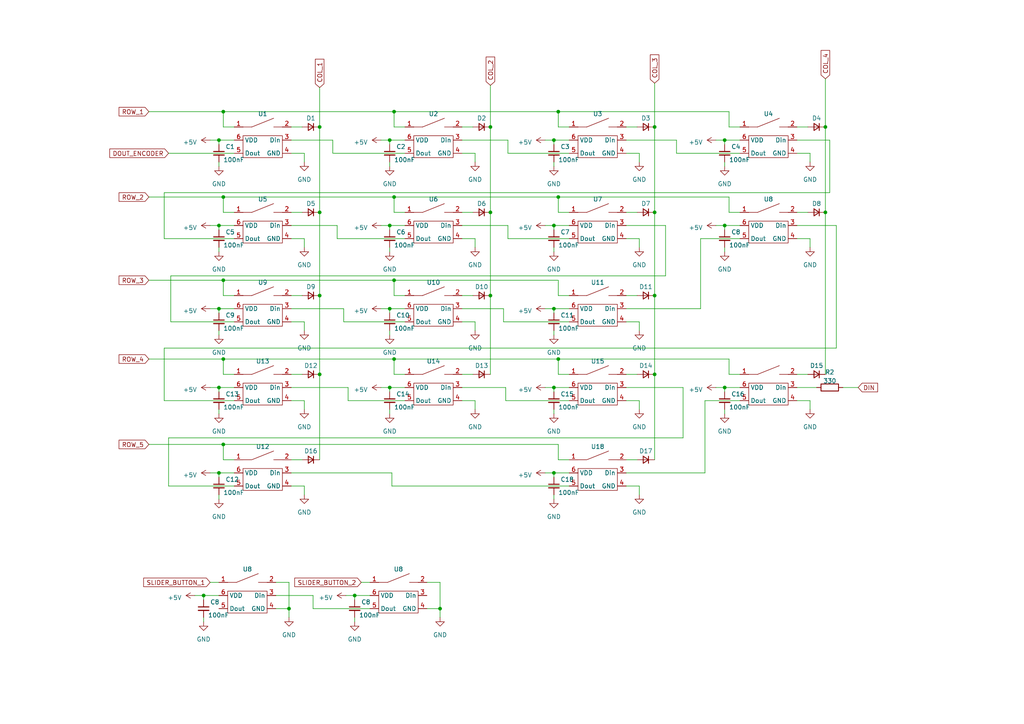
<source format=kicad_sch>
(kicad_sch (version 20230121) (generator eeschema)
  (paper "A4")
  (lib_symbols
    (symbol "Device:C_Small" (pin_numbers hide) (pin_names (offset 0.254) hide)
      (property "Reference" "C" (at 0.254 1.778 0))
      (property "Value" "C_Small" (at 0.254 -2.032 0))
      (symbol "C_Small_0_1"
        (polyline (pts (xy -1.524 -0.508) (xy 1.524 -0.508)) (stroke (width 0.3302)))
        (polyline (pts (xy -1.524 0.508) (xy 1.524 0.508)) (stroke (width 0.3048)))
      )
      (symbol "C_Small_1_1"
        (pin passive line (at 0 2.54 270) (length 2.032) (name "~") (number "1"))
        (pin passive line (at 0 -2.54 90) (length 2.032) (name "~") (number "2"))
      )
    )
    (symbol "Device:D_Small" (pin_numbers hide) (pin_names (offset 0.254) hide)
      (property "Reference" "D" (at -1.27 2.032 0))
      (property "Value" "D_Small" (at -3.81 -2.032 0))
      (symbol "D_Small_0_1"
        (polyline (pts (xy -0.762 -1.016) (xy -0.762 1.016)) (stroke (width 0.254)))
        (polyline (pts (xy -0.762 0) (xy 0.762 0)))
        (polyline (pts (xy 0.762 -1.016) (xy -0.762 0) (xy 0.762 1.016) (xy 0.762 -1.016)) (stroke (width 0.254)))
      )
      (symbol "D_Small_1_1"
        (pin passive line (at -2.54 0 0) (length 1.778) (name "K") (number "1"))
        (pin passive line (at 2.54 0 180) (length 1.778) (name "A") (number "2"))
      )
    )
    (symbol "Device:R" (pin_numbers hide) (pin_names (offset 0))
      (property "Reference" "R" (at 2.032 0 90))
      (property "Value" "R" (at 0 0 90))
      (symbol "R_0_1"
        (rectangle (start -1.016 -2.54) (end 1.016 2.54) (stroke (width 0.254)))
      )
      (symbol "R_1_1"
        (pin passive line (at 0 3.81 270) (length 1.27) (name "~") (number "1"))
        (pin passive line (at 0 -3.81 90) (length 1.27) (name "~") (number "2"))
      )
    )
    (symbol "Switch footprints:Multi_Hotswap_with_RGB"
      (property "Reference" "U" (at 0 5.08 0))
      (symbol "Multi_Hotswap_with_RGB_0_0"
        (polyline (pts (xy -6.35 1.27) (xy -3.81 1.27)))
        (polyline (pts (xy 5.08 1.27) (xy 2.54 1.27)))
      )
      (symbol "Multi_Hotswap_with_RGB_0_1"
        (rectangle (start -6.35 -1.27) (end 5.08 -7.62))
        (polyline (pts (xy -3.81 1.27) (xy 2.54 3.81)))
      )
      (symbol "Multi_Hotswap_with_RGB_1_1"
        (pin input line (at -8.89 1.27 0) (length 2.54) (name "") (number "1"))
        (pin input line (at 7.62 1.27 180) (length 2.54) (name "") (number "2"))
        (pin input line (at 7.62 -2.54 180) (length 2.54) (name "Din") (number "3"))
        (pin input line (at 7.62 -6.35 180) (length 2.54) (name "GND") (number "4"))
        (pin input line (at -8.89 -6.35 0) (length 2.54) (name "Dout") (number "5"))
        (pin input line (at -8.89 -2.54 0) (length 2.54) (name "VDD") (number "6"))
      )
    )
    (symbol "power:+5V" (power) (pin_names (offset 0))
      (property "Value" "+5V" (at 0 3.556 0))
      (symbol "+5V_0_1"
        (polyline (pts (xy -0.762 1.27) (xy 0 2.54)))
        (polyline (pts (xy 0 0) (xy 0 2.54)))
        (polyline (pts (xy 0 2.54) (xy 0.762 1.27)))
      )
      (symbol "+5V_1_1"
        (pin power_in line (at 0 0 90) (length 0) hide (name "+5V") (number "1"))
      )
    )
    (symbol "power:GND" (power) (pin_names (offset 0))
      (property "Value" "GND" (at 0 -3.81 0))
      (symbol "GND_0_1"
        (polyline (pts (xy 0 0) (xy 0 -1.27) (xy 1.27 -1.27) (xy 0 -2.54) (xy -1.27 -1.27) (xy 0 -1.27)))
      )
      (symbol "GND_1_1"
        (pin power_in line (at 0 0 270) (length 0) hide (name "GND") (number "1"))
      )
    )
  )
  (junction (at 102.87 172.72))
  (junction (at 161.925 57.15))
  (junction (at 189.865 85.725))
  (junction (at 92.71 108.585))
  (junction (at 160.655 65.405))
  (junction (at 114.3 81.28))
  (junction (at 210.185 40.64))
  (junction (at 113.03 40.64))
  (junction (at 142.24 85.725))
  (junction (at 114.3 104.14))
  (junction (at 189.865 108.585))
  (junction (at 189.865 36.83))
  (junction (at 239.395 61.595))
  (junction (at 142.24 61.595))
  (junction (at 160.655 89.535))
  (junction (at 83.82 176.53))
  (junction (at 161.925 104.14))
  (junction (at 92.71 36.83))
  (junction (at 92.71 61.595))
  (junction (at 210.185 112.395))
  (junction (at 160.655 112.395))
  (junction (at 239.395 36.83))
  (junction (at 114.3 32.385))
  (junction (at 64.77 81.28))
  (junction (at 161.925 32.385))
  (junction (at 160.655 40.64))
  (junction (at 64.77 104.14))
  (junction (at 113.03 112.395))
  (junction (at 127.635 176.53))
  (junction (at 160.655 137.16))
  (junction (at 210.185 65.405))
  (junction (at 63.5 65.405))
  (junction (at 113.03 65.405))
  (junction (at 114.3 57.15))
  (junction (at 59.055 172.72))
  (junction (at 113.03 89.535))
  (junction (at 92.71 85.725))
  (junction (at 64.77 128.905))
  (junction (at 64.77 32.385))
  (junction (at 142.24 36.83))
  (junction (at 64.77 57.15))
  (junction (at 63.5 112.395))
  (junction (at 63.5 89.535))
  (junction (at 63.5 137.16))
  (junction (at 189.865 61.595))
  (junction (at 63.5 40.64))
  (wire (pts (xy 64.77 57.15) (xy 64.77 61.595)))
  (wire (pts (xy 63.5 46.99) (xy 63.5 48.26)))
  (wire (pts (xy 92.71 85.725) (xy 92.71 108.585)))
  (wire (pts (xy 142.24 61.595) (xy 142.24 85.725)))
  (wire (pts (xy 137.795 93.345) (xy 133.985 93.345)))
  (wire (pts (xy 158.115 40.64) (xy 160.655 40.64)))
  (wire (pts (xy 90.805 176.53) (xy 90.805 172.72)))
  (wire (pts (xy 114.3 108.585) (xy 114.3 104.14)))
  (wire (pts (xy 83.82 168.91) (xy 83.82 176.53)))
  (wire (pts (xy 63.5 89.535) (xy 63.5 90.805)))
  (wire (pts (xy 137.16 61.595) (xy 133.985 61.595)))
  (wire (pts (xy 147.32 44.45) (xy 147.32 40.64)))
  (wire (pts (xy 110.49 65.405) (xy 113.03 65.405)))
  (wire (pts (xy 100.965 116.205) (xy 100.965 112.395)))
  (wire (pts (xy 43.18 104.14) (xy 64.77 104.14)))
  (wire (pts (xy 47.625 69.215) (xy 67.945 69.215)))
  (wire (pts (xy 137.795 46.99) (xy 137.795 44.45)))
  (wire (pts (xy 59.055 179.07) (xy 59.055 180.34)))
  (wire (pts (xy 100.33 172.72) (xy 102.87 172.72)))
  (wire (pts (xy 160.655 71.755) (xy 160.655 73.025)))
  (wire (pts (xy 113.03 112.395) (xy 113.03 113.665)))
  (wire (pts (xy 161.925 61.595) (xy 165.1 61.595)))
  (wire (pts (xy 114.3 85.725) (xy 114.3 81.28)))
  (wire (pts (xy 185.42 44.45) (xy 181.61 44.45)))
  (wire (pts (xy 142.24 85.725) (xy 142.24 108.585)))
  (wire (pts (xy 210.185 46.99) (xy 210.185 48.26)))
  (wire (pts (xy 196.215 44.45) (xy 196.215 40.64)))
  (wire (pts (xy 88.265 118.745) (xy 88.265 116.205)))
  (wire (pts (xy 64.77 85.725) (xy 67.945 85.725)))
  (wire (pts (xy 114.3 61.595) (xy 117.475 61.595)))
  (wire (pts (xy 102.87 179.07) (xy 102.87 180.34)))
  (wire (pts (xy 240.665 55.88) (xy 47.625 55.88)))
  (wire (pts (xy 64.77 32.385) (xy 114.3 32.385)))
  (wire (pts (xy 211.455 104.14) (xy 211.455 108.585)))
  (wire (pts (xy 113.665 137.16) (xy 84.455 137.16)))
  (wire (pts (xy 185.42 118.745) (xy 185.42 116.205)))
  (wire (pts (xy 142.24 36.83) (xy 142.24 24.765)))
  (wire (pts (xy 102.87 172.72) (xy 107.315 172.72)))
  (wire (pts (xy 114.3 32.385) (xy 161.925 32.385)))
  (wire (pts (xy 207.645 40.64) (xy 210.185 40.64)))
  (wire (pts (xy 185.42 140.97) (xy 181.61 140.97)))
  (wire (pts (xy 83.82 176.53) (xy 80.01 176.53)))
  (wire (pts (xy 92.71 25.4) (xy 92.71 36.83)))
  (wire (pts (xy 63.5 89.535) (xy 67.945 89.535)))
  (wire (pts (xy 160.655 65.405) (xy 165.1 65.405)))
  (wire (pts (xy 47.625 116.205) (xy 67.945 116.205)))
  (wire (pts (xy 48.895 127) (xy 48.895 140.97)))
  (wire (pts (xy 114.3 108.585) (xy 117.475 108.585)))
  (wire (pts (xy 147.32 69.215) (xy 147.32 65.405)))
  (wire (pts (xy 63.5 118.745) (xy 63.5 120.015)))
  (wire (pts (xy 63.5 40.64) (xy 63.5 41.91)))
  (wire (pts (xy 113.03 112.395) (xy 117.475 112.395)))
  (wire (pts (xy 160.655 137.16) (xy 165.1 137.16)))
  (wire (pts (xy 147.32 65.405) (xy 133.985 65.405)))
  (wire (pts (xy 146.05 89.535) (xy 133.985 89.535)))
  (wire (pts (xy 92.71 36.83) (xy 92.71 61.595)))
  (wire (pts (xy 80.01 168.91) (xy 83.82 168.91)))
  (wire (pts (xy 83.82 179.07) (xy 83.82 176.53)))
  (wire (pts (xy 189.865 24.13) (xy 189.865 36.83)))
  (wire (pts (xy 234.95 69.215) (xy 231.14 69.215)))
  (wire (pts (xy 63.5 137.16) (xy 67.945 137.16)))
  (wire (pts (xy 161.925 104.14) (xy 161.925 108.585)))
  (wire (pts (xy 137.795 69.215) (xy 133.985 69.215)))
  (wire (pts (xy 198.12 112.395) (xy 198.12 127)))
  (wire (pts (xy 113.03 65.405) (xy 113.03 66.675)))
  (wire (pts (xy 210.185 65.405) (xy 210.185 66.675)))
  (wire (pts (xy 189.865 61.595) (xy 189.865 85.725)))
  (wire (pts (xy 203.2 89.535) (xy 181.61 89.535)))
  (wire (pts (xy 204.47 137.16) (xy 181.61 137.16)))
  (wire (pts (xy 49.53 80.01) (xy 49.53 93.345)))
  (wire (pts (xy 158.115 137.16) (xy 160.655 137.16)))
  (wire (pts (xy 189.865 85.725) (xy 189.865 108.585)))
  (wire (pts (xy 160.655 40.64) (xy 165.1 40.64)))
  (wire (pts (xy 59.055 172.72) (xy 63.5 172.72)))
  (wire (pts (xy 234.315 36.83) (xy 231.14 36.83)))
  (wire (pts (xy 165.1 44.45) (xy 147.32 44.45)))
  (wire (pts (xy 234.315 61.595) (xy 231.14 61.595)))
  (wire (pts (xy 185.42 95.885) (xy 185.42 93.345)))
  (wire (pts (xy 114.3 81.28) (xy 161.925 81.28)))
  (wire (pts (xy 114.3 57.15) (xy 161.925 57.15)))
  (wire (pts (xy 160.655 143.51) (xy 160.655 144.78)))
  (wire (pts (xy 92.71 61.595) (xy 92.71 85.725)))
  (wire (pts (xy 161.925 108.585) (xy 165.1 108.585)))
  (wire (pts (xy 211.455 36.83) (xy 214.63 36.83)))
  (wire (pts (xy 239.395 22.86) (xy 239.395 36.83)))
  (wire (pts (xy 160.655 118.745) (xy 160.655 120.015)))
  (wire (pts (xy 117.475 69.215) (xy 97.79 69.215)))
  (wire (pts (xy 160.655 112.395) (xy 165.1 112.395)))
  (wire (pts (xy 97.79 65.405) (xy 84.455 65.405)))
  (wire (pts (xy 87.63 133.35) (xy 84.455 133.35)))
  (wire (pts (xy 160.655 89.535) (xy 160.655 90.805)))
  (wire (pts (xy 248.92 112.395) (xy 244.475 112.395)))
  (wire (pts (xy 60.96 137.16) (xy 63.5 137.16)))
  (wire (pts (xy 184.785 36.83) (xy 181.61 36.83)))
  (wire (pts (xy 189.865 108.585) (xy 189.865 133.35)))
  (wire (pts (xy 160.655 89.535) (xy 165.1 89.535)))
  (wire (pts (xy 160.655 65.405) (xy 160.655 66.675)))
  (wire (pts (xy 49.53 93.345) (xy 67.945 93.345)))
  (wire (pts (xy 60.96 168.91) (xy 63.5 168.91)))
  (wire (pts (xy 234.95 116.205) (xy 231.14 116.205)))
  (wire (pts (xy 110.49 40.64) (xy 113.03 40.64)))
  (wire (pts (xy 92.71 108.585) (xy 92.71 133.35)))
  (wire (pts (xy 60.96 40.64) (xy 63.5 40.64)))
  (wire (pts (xy 204.47 116.205) (xy 204.47 137.16)))
  (wire (pts (xy 63.5 112.395) (xy 63.5 113.665)))
  (wire (pts (xy 142.24 36.83) (xy 142.24 61.595)))
  (wire (pts (xy 63.5 65.405) (xy 63.5 66.675)))
  (wire (pts (xy 161.925 85.725) (xy 165.1 85.725)))
  (wire (pts (xy 234.95 118.745) (xy 234.95 116.205)))
  (wire (pts (xy 63.5 65.405) (xy 67.945 65.405)))
  (wire (pts (xy 59.055 172.72) (xy 59.055 173.99)))
  (wire (pts (xy 43.18 81.28) (xy 64.77 81.28)))
  (wire (pts (xy 242.57 65.405) (xy 242.57 100.965)))
  (wire (pts (xy 239.395 61.595) (xy 239.395 108.585)))
  (wire (pts (xy 207.645 65.405) (xy 210.185 65.405)))
  (wire (pts (xy 43.18 32.385) (xy 64.77 32.385)))
  (wire (pts (xy 114.3 36.83) (xy 114.3 32.385)))
  (wire (pts (xy 88.265 116.205) (xy 84.455 116.205)))
  (wire (pts (xy 110.49 89.535) (xy 113.03 89.535)))
  (wire (pts (xy 96.52 40.64) (xy 84.455 40.64)))
  (wire (pts (xy 165.1 93.345) (xy 146.05 93.345)))
  (wire (pts (xy 146.685 112.395) (xy 133.985 112.395)))
  (wire (pts (xy 110.49 112.395) (xy 113.03 112.395)))
  (wire (pts (xy 113.03 40.64) (xy 117.475 40.64)))
  (wire (pts (xy 88.265 44.45) (xy 84.455 44.45)))
  (wire (pts (xy 113.03 40.64) (xy 113.03 41.91)))
  (wire (pts (xy 234.95 44.45) (xy 231.14 44.45)))
  (wire (pts (xy 88.265 71.755) (xy 88.265 69.215)))
  (wire (pts (xy 137.16 36.83) (xy 133.985 36.83)))
  (wire (pts (xy 207.645 112.395) (xy 210.185 112.395)))
  (wire (pts (xy 203.2 69.215) (xy 203.2 89.535)))
  (wire (pts (xy 96.52 44.45) (xy 96.52 40.64)))
  (wire (pts (xy 87.63 108.585) (xy 84.455 108.585)))
  (wire (pts (xy 161.925 104.14) (xy 211.455 104.14)))
  (wire (pts (xy 88.265 46.99) (xy 88.265 44.45)))
  (wire (pts (xy 161.925 81.28) (xy 161.925 85.725)))
  (wire (pts (xy 114.3 85.725) (xy 117.475 85.725)))
  (wire (pts (xy 239.395 36.83) (xy 239.395 61.595)))
  (wire (pts (xy 184.785 61.595) (xy 181.61 61.595)))
  (wire (pts (xy 234.315 108.585) (xy 231.14 108.585)))
  (wire (pts (xy 210.185 40.64) (xy 214.63 40.64)))
  (wire (pts (xy 114.3 36.83) (xy 117.475 36.83)))
  (wire (pts (xy 146.685 116.205) (xy 146.685 112.395)))
  (wire (pts (xy 64.77 133.35) (xy 67.945 133.35)))
  (wire (pts (xy 48.895 44.45) (xy 67.945 44.45)))
  (wire (pts (xy 193.04 80.01) (xy 193.04 65.405)))
  (wire (pts (xy 64.77 61.595) (xy 67.945 61.595)))
  (wire (pts (xy 64.77 57.15) (xy 114.3 57.15)))
  (wire (pts (xy 107.315 176.53) (xy 90.805 176.53)))
  (wire (pts (xy 137.795 95.885) (xy 137.795 93.345)))
  (wire (pts (xy 64.77 128.905) (xy 64.77 133.35)))
  (wire (pts (xy 161.925 128.905) (xy 161.925 133.35)))
  (wire (pts (xy 160.655 137.16) (xy 160.655 138.43)))
  (wire (pts (xy 114.3 104.14) (xy 161.925 104.14)))
  (wire (pts (xy 234.95 46.99) (xy 234.95 44.45)))
  (wire (pts (xy 87.63 36.83) (xy 84.455 36.83)))
  (wire (pts (xy 104.775 168.91) (xy 107.315 168.91)))
  (wire (pts (xy 88.265 140.97) (xy 84.455 140.97)))
  (wire (pts (xy 48.895 127) (xy 198.12 127)))
  (wire (pts (xy 88.265 69.215) (xy 84.455 69.215)))
  (wire (pts (xy 137.16 108.585) (xy 133.985 108.585)))
  (wire (pts (xy 185.42 116.205) (xy 181.61 116.205)))
  (wire (pts (xy 113.03 95.885) (xy 113.03 97.155)))
  (wire (pts (xy 185.42 46.99) (xy 185.42 44.45)))
  (wire (pts (xy 210.185 118.745) (xy 210.185 120.015)))
  (wire (pts (xy 63.5 112.395) (xy 67.945 112.395)))
  (wire (pts (xy 161.925 32.385) (xy 211.455 32.385)))
  (wire (pts (xy 137.795 118.745) (xy 137.795 116.205)))
  (wire (pts (xy 160.655 40.64) (xy 160.655 41.91)))
  (wire (pts (xy 117.475 44.45) (xy 96.52 44.45)))
  (wire (pts (xy 87.63 85.725) (xy 84.455 85.725)))
  (wire (pts (xy 231.14 112.395) (xy 236.855 112.395)))
  (wire (pts (xy 113.03 118.745) (xy 113.03 120.015)))
  (wire (pts (xy 189.865 36.83) (xy 189.865 61.595)))
  (wire (pts (xy 137.16 85.725) (xy 133.985 85.725)))
  (wire (pts (xy 117.475 116.205) (xy 100.965 116.205)))
  (wire (pts (xy 160.655 46.99) (xy 160.655 48.26)))
  (wire (pts (xy 47.625 100.965) (xy 242.57 100.965)))
  (wire (pts (xy 87.63 61.595) (xy 84.455 61.595)))
  (wire (pts (xy 147.32 40.64) (xy 133.985 40.64)))
  (wire (pts (xy 161.925 36.83) (xy 165.1 36.83)))
  (wire (pts (xy 64.77 104.14) (xy 114.3 104.14)))
  (wire (pts (xy 193.04 65.405) (xy 181.61 65.405)))
  (wire (pts (xy 64.77 32.385) (xy 64.77 36.83)))
  (wire (pts (xy 88.265 93.345) (xy 84.455 93.345)))
  (wire (pts (xy 210.185 112.395) (xy 210.185 113.665)))
  (wire (pts (xy 47.625 100.965) (xy 47.625 116.205)))
  (wire (pts (xy 63.5 40.64) (xy 67.945 40.64)))
  (wire (pts (xy 64.77 36.83) (xy 67.945 36.83)))
  (wire (pts (xy 214.63 116.205) (xy 204.47 116.205)))
  (wire (pts (xy 90.805 172.72) (xy 80.01 172.72)))
  (wire (pts (xy 210.185 40.64) (xy 210.185 41.91)))
  (wire (pts (xy 214.63 44.45) (xy 196.215 44.45)))
  (wire (pts (xy 137.795 71.755) (xy 137.795 69.215)))
  (wire (pts (xy 113.03 71.755) (xy 113.03 73.025)))
  (wire (pts (xy 113.665 140.97) (xy 113.665 137.16)))
  (wire (pts (xy 165.1 140.97) (xy 113.665 140.97)))
  (wire (pts (xy 123.825 168.91) (xy 127.635 168.91)))
  (wire (pts (xy 127.635 179.07) (xy 127.635 176.53)))
  (wire (pts (xy 60.96 65.405) (xy 63.5 65.405)))
  (wire (pts (xy 113.03 89.535) (xy 113.03 90.805)))
  (wire (pts (xy 97.79 69.215) (xy 97.79 65.405)))
  (wire (pts (xy 196.215 40.64) (xy 181.61 40.64)))
  (wire (pts (xy 64.77 81.28) (xy 114.3 81.28)))
  (wire (pts (xy 210.185 112.395) (xy 214.63 112.395)))
  (wire (pts (xy 56.515 172.72) (xy 59.055 172.72)))
  (wire (pts (xy 88.265 143.51) (xy 88.265 140.97)))
  (wire (pts (xy 64.77 128.905) (xy 161.925 128.905)))
  (wire (pts (xy 211.455 61.595) (xy 214.63 61.595)))
  (wire (pts (xy 210.185 71.755) (xy 210.185 73.025)))
  (wire (pts (xy 47.625 55.88) (xy 47.625 69.215)))
  (wire (pts (xy 242.57 65.405) (xy 231.14 65.405)))
  (wire (pts (xy 63.5 143.51) (xy 63.5 144.78)))
  (wire (pts (xy 127.635 168.91) (xy 127.635 176.53)))
  (wire (pts (xy 161.925 32.385) (xy 161.925 36.83)))
  (wire (pts (xy 49.53 80.01) (xy 193.04 80.01)))
  (wire (pts (xy 64.77 108.585) (xy 67.945 108.585)))
  (wire (pts (xy 211.455 57.15) (xy 211.455 61.595)))
  (wire (pts (xy 113.03 46.99) (xy 113.03 48.26)))
  (wire (pts (xy 63.5 95.885) (xy 63.5 97.155)))
  (wire (pts (xy 211.455 32.385) (xy 211.455 36.83)))
  (wire (pts (xy 84.455 89.535) (xy 99.695 89.535)))
  (wire (pts (xy 127.635 176.53) (xy 123.825 176.53)))
  (wire (pts (xy 234.95 71.755) (xy 234.95 69.215)))
  (wire (pts (xy 211.455 108.585) (xy 214.63 108.585)))
  (wire (pts (xy 113.03 89.535) (xy 117.475 89.535)))
  (wire (pts (xy 240.665 40.64) (xy 240.665 55.88)))
  (wire (pts (xy 114.3 61.595) (xy 114.3 57.15)))
  (wire (pts (xy 64.77 81.28) (xy 64.77 85.725)))
  (wire (pts (xy 137.795 116.205) (xy 133.985 116.205)))
  (wire (pts (xy 161.925 57.15) (xy 161.925 61.595)))
  (wire (pts (xy 185.42 143.51) (xy 185.42 140.97)))
  (wire (pts (xy 185.42 71.755) (xy 185.42 69.215)))
  (wire (pts (xy 231.14 40.64) (xy 240.665 40.64)))
  (wire (pts (xy 161.925 133.35) (xy 165.1 133.35)))
  (wire (pts (xy 146.05 93.345) (xy 146.05 89.535)))
  (wire (pts (xy 100.965 112.395) (xy 84.455 112.395)))
  (wire (pts (xy 63.5 137.16) (xy 63.5 138.43)))
  (wire (pts (xy 64.77 104.14) (xy 64.77 108.585)))
  (wire (pts (xy 48.895 140.97) (xy 67.945 140.97)))
  (wire (pts (xy 88.265 95.885) (xy 88.265 93.345)))
  (wire (pts (xy 161.925 57.15) (xy 211.455 57.15)))
  (wire (pts (xy 165.1 116.205) (xy 146.685 116.205)))
  (wire (pts (xy 184.785 133.35) (xy 181.61 133.35)))
  (wire (pts (xy 158.115 65.405) (xy 160.655 65.405)))
  (wire (pts (xy 102.87 172.72) (xy 102.87 173.99)))
  (wire (pts (xy 113.03 65.405) (xy 117.475 65.405)))
  (wire (pts (xy 165.1 69.215) (xy 147.32 69.215)))
  (wire (pts (xy 43.18 57.15) (xy 64.77 57.15)))
  (wire (pts (xy 99.695 93.345) (xy 117.475 93.345)))
  (wire (pts (xy 43.18 128.905) (xy 64.77 128.905)))
  (wire (pts (xy 158.115 89.535) (xy 160.655 89.535)))
  (wire (pts (xy 185.42 93.345) (xy 181.61 93.345)))
  (wire (pts (xy 60.96 89.535) (xy 63.5 89.535)))
  (wire (pts (xy 185.42 69.215) (xy 181.61 69.215)))
  (wire (pts (xy 198.12 112.395) (xy 181.61 112.395)))
  (wire (pts (xy 184.785 85.725) (xy 181.61 85.725)))
  (wire (pts (xy 160.655 95.885) (xy 160.655 97.155)))
  (wire (pts (xy 214.63 69.215) (xy 203.2 69.215)))
  (wire (pts (xy 60.96 112.395) (xy 63.5 112.395)))
  (wire (pts (xy 210.185 65.405) (xy 214.63 65.405)))
  (wire (pts (xy 184.785 108.585) (xy 181.61 108.585)))
  (wire (pts (xy 63.5 71.755) (xy 63.5 73.025)))
  (wire (pts (xy 99.695 89.535) (xy 99.695 93.345)))
  (wire (pts (xy 160.655 112.395) (xy 160.655 113.665)))
  (wire (pts (xy 137.795 44.45) (xy 133.985 44.45)))
  (wire (pts (xy 158.115 112.395) (xy 160.655 112.395)))
  (global_label "ROW_3" (shape input) (at 43.18 81.28 180) (property "Intersheetrefs" "${INTERSHEET_REFS}" (effects hide)))
  (global_label "COL_2" (shape input) (at 142.24 24.765 90) (property "Intersheetrefs" "${INTERSHEET_REFS}" (effects hide)))
  (global_label "DOUT_ENCODER" (shape input) (at 48.895 44.45 180) (property "Intersheetrefs" "${INTERSHEET_REFS}" (effects hide)))
  (global_label "ROW_5" (shape input) (at 43.18 128.905 180) (property "Intersheetrefs" "${INTERSHEET_REFS}" (effects hide)))
  (global_label "ROW_1" (shape input) (at 43.18 32.385 180) (property "Intersheetrefs" "${INTERSHEET_REFS}" (effects hide)))
  (global_label "COL_1" (shape input) (at 92.71 25.4 90) (property "Intersheetrefs" "${INTERSHEET_REFS}" (effects hide)))
  (global_label "COL_4" (shape input) (at 239.395 22.86 90) (property "Intersheetrefs" "${INTERSHEET_REFS}" (effects hide)))
  (global_label "SLIDER_BUTTON_1" (shape input) (at 60.96 168.91 180) (property "Intersheetrefs" "${INTERSHEET_REFS}" (effects hide)))
  (global_label "COL_3" (shape input) (at 189.865 24.13 90) (property "Intersheetrefs" "${INTERSHEET_REFS}" (effects hide)))
  (global_label "ROW_4" (shape input) (at 43.18 104.14 180) (property "Intersheetrefs" "${INTERSHEET_REFS}" (effects hide)))
  (global_label "DIN" (shape input) (at 248.92 112.395 0) (property "Intersheetrefs" "${INTERSHEET_REFS}" (effects hide)))
  (global_label "SLIDER_BUTTON_2" (shape input) (at 104.775 168.91 180) (property "Intersheetrefs" "${INTERSHEET_REFS}" (effects hide)))
  (global_label "ROW_2" (shape input) (at 43.18 57.15 180) (property "Intersheetrefs" "${INTERSHEET_REFS}" (effects hide)))
  (symbol (lib_id "power:GND") (at 234.95 46.99 0) (unit 1)
    (property "Reference" "#PWR016" (effects hide))
    (property "Value" "GND" (at 234.95 52.07 0))
    (instances (project "Numpad" (path "" (reference "#PWR016") (unit 1)) (path "" (reference "#PWR08") (unit 1))))
  )
  (symbol (lib_id "Switch footprints:Multi_Hotswap_with_RGB") (at 223.52 38.1 0) (unit 1)
    (property "Reference" "U4" (at 222.885 33.02 0))
    (property "Value" "Multi_Hotswap_with_RGB" (effects hide))
    (property "Footprint" "Keyboard footprints:Multi Hotswap with RGB 1U" (effects hide))
  )
  (symbol (lib_id "power:GND") (at 102.87 180.34 0) (unit 1)
    (property "Reference" "#PWR030" (effects hide))
    (property "Value" "GND" (at 102.87 185.42 0))
    (instances (project "Numpad" (path "" (reference "#PWR030") (unit 1)) (path "" (reference "#PWR092") (unit 1))))
  )
  (symbol (lib_id "Switch footprints:Multi_Hotswap_with_RGB") (at 72.39 170.18 0) (unit 1)
    (property "Reference" "U8" (at 71.755 165.1 0))
    (property "Value" "Multi_Hotswap_with_RGB" (effects hide))
    (property "Footprint" "Keyboard footprints:Multi Hotswap with RGB 1U" (effects hide))
    (instances (project "Numpad" (path "" (reference "U8") (unit 1)) (path "" (reference "U21") (unit 1))))
  )
  (symbol (lib_id "power:GND") (at 137.795 46.99 0) (unit 1)
    (property "Reference" "#PWR08" (effects hide))
    (property "Value" "GND" (at 137.795 52.07 0))
    (instances (project "Numpad" (path "" (reference "#PWR08") (unit 1)) (path "" (reference "#PWR06") (unit 1))))
  )
  (symbol (lib_id "power:GND") (at 185.42 71.755 0) (unit 1)
    (property "Reference" "#PWR028" (effects hide))
    (property "Value" "GND" (at 185.42 76.835 0))
    (instances (project "Numpad" (path "" (reference "#PWR028") (unit 1)) (path "" (reference "#PWR019") (unit 1))))
  )
  (symbol (lib_id "Device:D_Small") (at 187.325 36.83 180) (unit 1)
    (property "Reference" "D3" (at 187.325 34.29 0))
    (property "Value" "D_Small" (effects hide))
    (property "Footprint" "Diode_SMD:D_0603_1608Metric" (effects hide))
    (property "Sim.Device" "D" (effects hide))
    (property "Sim.Pins" "1=K 2=A" (effects hide))
  )
  (symbol (lib_id "power:+5V") (at 60.96 40.64 90) (unit 1)
    (property "Reference" "#PWR01" (effects hide))
    (property "Value" "+5V" (at 57.15 41.275 90) (effects (justify left)))
  )
  (symbol (lib_id "power:GND") (at 210.185 120.015 0) (unit 1)
    (property "Reference" "#PWR062" (effects hide))
    (property "Value" "GND" (at 210.185 125.095 0))
    (instances (project "Numpad" (path "" (reference "#PWR062") (unit 1)) (path "" (reference "#PWR045") (unit 1))))
  )
  (symbol (lib_id "power:GND") (at 127.635 179.07 0) (unit 1)
    (property "Reference" "#PWR032" (effects hide))
    (property "Value" "GND" (at 127.635 184.15 0))
    (instances (project "Numpad" (path "" (reference "#PWR032") (unit 1)) (path "" (reference "#PWR091") (unit 1))))
  )
  (symbol (lib_id "power:+5V") (at 207.645 112.395 90) (unit 1)
    (property "Reference" "#PWR061" (effects hide))
    (property "Value" "+5V" (at 203.835 113.03 90) (effects (justify left)))
    (instances (project "Numpad" (path "" (reference "#PWR061") (unit 1)) (path "" (reference "#PWR037") (unit 1))))
  )
  (symbol (lib_id "Device:C_Small") (at 210.185 69.215 0) (unit 1)
    (property "Reference" "C8" (at 212.09 67.31 0) (effects (justify left)))
    (property "Value" "100nF" (at 211.455 71.12 0) (effects (justify left)))
    (property "Footprint" "Capacitor_SMD:C_0603_1608Metric" (effects hide))
  )
  (symbol (lib_id "Device:D_Small") (at 90.17 85.725 180) (unit 1)
    (property "Reference" "D9" (at 90.17 83.185 0))
    (property "Value" "D_Small" (effects hide))
    (property "Footprint" "Diode_SMD:D_0603_1608Metric" (effects hide))
    (property "Sim.Device" "D" (effects hide))
    (property "Sim.Pins" "1=K 2=A" (effects hide))
  )
  (symbol (lib_id "power:GND") (at 160.655 144.78 0) (unit 1)
    (property "Reference" "#PWR070" (effects hide))
    (property "Value" "GND" (at 160.655 149.86 0))
    (instances (project "Numpad" (path "" (reference "#PWR070") (unit 1)) (path "" (reference "#PWR051") (unit 1))))
  )
  (symbol (lib_id "power:+5V") (at 158.115 89.535 90) (unit 1)
    (property "Reference" "#PWR041" (effects hide))
    (property "Value" "+5V" (at 154.305 90.17 90) (effects (justify left)))
    (instances (project "Numpad" (path "" (reference "#PWR041") (unit 1)) (path "" (reference "#PWR027") (unit 1))))
  )
  (symbol (lib_id "Device:D_Small") (at 187.325 133.35 180) (unit 1)
    (property "Reference" "D17" (at 187.325 130.81 0))
    (property "Value" "D_Small" (effects hide))
    (property "Footprint" "Diode_SMD:D_0603_1608Metric" (effects hide))
    (property "Sim.Device" "D" (effects hide))
    (property "Sim.Pins" "1=K 2=A" (effects hide))
  )
  (symbol (lib_id "Device:C_Small") (at 63.5 93.345 0) (unit 1)
    (property "Reference" "C9" (at 65.405 91.44 0) (effects (justify left)))
    (property "Value" "100nF" (at 64.77 95.25 0) (effects (justify left)))
    (property "Footprint" "Capacitor_SMD:C_0603_1608Metric" (effects hide))
  )
  (symbol (lib_id "Device:D_Small") (at 187.325 108.585 180) (unit 1)
    (property "Reference" "D14" (at 187.325 106.045 0))
    (property "Value" "D_Small" (effects hide))
    (property "Footprint" "Diode_SMD:D_0603_1608Metric" (effects hide))
    (property "Sim.Device" "D" (effects hide))
    (property "Sim.Pins" "1=K 2=A" (effects hide))
  )
  (symbol (lib_id "Device:D_Small") (at 90.17 61.595 180) (unit 1)
    (property "Reference" "D5" (at 90.17 59.055 0))
    (property "Value" "D_Small" (effects hide))
    (property "Footprint" "Diode_SMD:D_0603_1608Metric" (effects hide))
    (property "Sim.Device" "D" (effects hide))
    (property "Sim.Pins" "1=K 2=A" (effects hide))
  )
  (symbol (lib_id "power:+5V") (at 60.96 137.16 90) (unit 1)
    (property "Reference" "#PWR045" (effects hide))
    (property "Value" "+5V" (at 57.15 137.795 90) (effects (justify left)))
    (instances (project "Numpad" (path "" (reference "#PWR045") (unit 1)) (path "" (reference "#PWR046") (unit 1))))
  )
  (symbol (lib_id "Device:D_Small") (at 139.7 36.83 180) (unit 1)
    (property "Reference" "D2" (at 139.7 34.29 0))
    (property "Value" "D_Small" (effects hide))
    (property "Footprint" "Diode_SMD:D_0603_1608Metric" (effects hide))
    (property "Sim.Device" "D" (effects hide))
    (property "Sim.Pins" "1=K 2=A" (effects hide))
  )
  (symbol (lib_id "Switch footprints:Multi_Hotswap_with_RGB") (at 173.99 109.855 0) (unit 1)
    (property "Reference" "U15" (at 173.355 104.775 0))
    (property "Value" "Multi_Hotswap_with_RGB" (effects hide))
    (property "Footprint" "Keyboard footprints:Multi Hotswap with RGB 1U" (effects hide))
    (instances (project "Numpad" (path "" (reference "U15") (unit 1)) (path "" (reference "U14") (unit 1))))
  )
  (symbol (lib_id "Switch footprints:Multi_Hotswap_with_RGB") (at 116.205 170.18 0) (unit 1)
    (property "Reference" "U8" (at 115.57 165.1 0))
    (property "Value" "Multi_Hotswap_with_RGB" (effects hide))
    (property "Footprint" "Keyboard footprints:Multi Hotswap with RGB 1U" (effects hide))
    (instances (project "Numpad" (path "" (reference "U8") (unit 1)) (path "" (reference "U22") (unit 1))))
  )
  (symbol (lib_id "Device:C_Small") (at 102.87 176.53 0) (unit 1)
    (property "Reference" "C8" (at 104.775 174.625 0) (effects (justify left)))
    (property "Value" "100nF" (at 104.14 178.435 0) (effects (justify left)))
    (property "Footprint" "Capacitor_SMD:C_0603_1608Metric" (effects hide))
    (instances (project "Numpad" (path "" (reference "C8") (unit 1)) (path "" (reference "C29") (unit 1))))
  )
  (symbol (lib_id "Switch footprints:Multi_Hotswap_with_RGB") (at 76.835 38.1 0) (unit 1)
    (property "Reference" "U1" (at 76.2 33.02 0))
    (property "Value" "Multi_Hotswap_with_RGB" (effects hide))
    (property "Footprint" "Keyboard footprints:Multi Hotswap with RGB 1U" (effects hide))
  )
  (symbol (lib_id "Device:C_Small") (at 63.5 44.45 0) (unit 1)
    (property "Reference" "C1" (at 65.405 42.545 0) (effects (justify left)))
    (property "Value" "100nF" (at 64.77 46.355 0) (effects (justify left)))
    (property "Footprint" "Capacitor_SMD:C_0603_1608Metric" (effects hide))
  )
  (symbol (lib_id "power:GND") (at 113.03 120.015 0) (unit 1)
    (property "Reference" "#PWR054" (effects hide))
    (property "Value" "GND" (at 113.03 125.095 0))
    (instances (project "Numpad" (path "" (reference "#PWR054") (unit 1)) (path "" (reference "#PWR043") (unit 1))))
  )
  (symbol (lib_id "power:+5V") (at 158.115 40.64 90) (unit 1)
    (property "Reference" "#PWR09" (effects hide))
    (property "Value" "+5V" (at 154.305 41.275 90) (effects (justify left)))
    (instances (project "Numpad" (path "" (reference "#PWR09") (unit 1)) (path "" (reference "#PWR03") (unit 1))))
  )
  (symbol (lib_id "Device:C_Small") (at 160.655 140.97 0) (unit 1)
    (property "Reference" "C18" (at 162.56 139.065 0) (effects (justify left)))
    (property "Value" "100nF" (at 161.925 142.875 0) (effects (justify left)))
    (property "Footprint" "Capacitor_SMD:C_0603_1608Metric" (effects hide))
    (instances (project "Numpad" (path "" (reference "C18") (unit 1)) (path "" (reference "C17") (unit 1))))
  )
  (symbol (lib_id "power:GND") (at 88.265 95.885 0) (unit 1)
    (property "Reference" "#PWR036" (effects hide))
    (property "Value" "GND" (at 88.265 100.965 0))
    (instances (project "Numpad" (path "" (reference "#PWR036") (unit 1)) (path "" (reference "#PWR028") (unit 1))))
  )
  (symbol (lib_id "Switch footprints:Multi_Hotswap_with_RGB") (at 126.365 109.855 0) (unit 1)
    (property "Reference" "U14" (at 125.73 104.775 0))
    (property "Value" "Multi_Hotswap_with_RGB" (effects hide))
    (property "Footprint" "Keyboard footprints:Multi Hotswap with RGB 1U" (effects hide))
    (instances (project "Numpad" (path "" (reference "U14") (unit 1)) (path "" (reference "U13") (unit 1))))
  )
  (symbol (lib_id "power:GND") (at 160.655 120.015 0) (unit 1)
    (property "Reference" "#PWR058" (effects hide))
    (property "Value" "GND" (at 160.655 125.095 0))
    (instances (project "Numpad" (path "" (reference "#PWR058") (unit 1)) (path "" (reference "#PWR044") (unit 1))))
  )
  (symbol (lib_id "power:GND") (at 113.03 73.025 0) (unit 1)
    (property "Reference" "#PWR022" (effects hide))
    (property "Value" "GND" (at 113.03 78.105 0))
  )
  (symbol (lib_id "power:GND") (at 83.82 179.07 0) (unit 1)
    (property "Reference" "#PWR032" (effects hide))
    (property "Value" "GND" (at 83.82 184.15 0))
    (instances (project "Numpad" (path "" (reference "#PWR032") (unit 1)) (path "" (reference "#PWR088") (unit 1))))
  )
  (symbol (lib_id "Switch footprints:Multi_Hotswap_with_RGB") (at 223.52 62.865 0) (unit 1)
    (property "Reference" "U8" (at 222.885 57.785 0))
    (property "Value" "Multi_Hotswap_with_RGB" (effects hide))
    (property "Footprint" "Keyboard footprints:Multi Hotswap with RGB 2U 90deg" (effects hide))
  )
  (symbol (lib_id "power:GND") (at 63.5 120.015 0) (unit 1)
    (property "Reference" "#PWR050" (effects hide))
    (property "Value" "GND" (at 63.5 125.095 0))
    (instances (project "Numpad" (path "" (reference "#PWR050") (unit 1)) (path "" (reference "#PWR042") (unit 1))))
  )
  (symbol (lib_id "power:GND") (at 59.055 180.34 0) (unit 1)
    (property "Reference" "#PWR030" (effects hide))
    (property "Value" "GND" (at 59.055 185.42 0))
    (instances (project "Numpad" (path "" (reference "#PWR030") (unit 1)) (path "" (reference "#PWR089") (unit 1))))
  )
  (symbol (lib_id "Device:C_Small") (at 160.655 116.205 0) (unit 1)
    (property "Reference" "C15" (at 162.56 114.3 0) (effects (justify left)))
    (property "Value" "100nF" (at 161.925 118.11 0) (effects (justify left)))
    (property "Footprint" "Capacitor_SMD:C_0603_1608Metric" (effects hide))
    (instances (project "Numpad" (path "" (reference "C15") (unit 1)) (path "" (reference "C14") (unit 1))))
  )
  (symbol (lib_id "power:GND") (at 234.95 118.745 0) (unit 1)
    (property "Reference" "#PWR064" (effects hide))
    (property "Value" "GND" (at 234.95 123.825 0))
    (instances (project "Numpad" (path "" (reference "#PWR064") (unit 1)) (path "" (reference "#PWR041") (unit 1))))
  )
  (symbol (lib_id "Device:D_Small") (at 187.325 85.725 180) (unit 1)
    (property "Reference" "D11" (at 187.325 83.185 0))
    (property "Value" "D_Small" (effects hide))
    (property "Footprint" "Diode_SMD:D_0603_1608Metric" (effects hide))
    (property "Sim.Device" "D" (effects hide))
    (property "Sim.Pins" "1=K 2=A" (effects hide))
  )
  (symbol (lib_id "Device:D_Small") (at 236.855 108.585 180) (unit 1)
    (property "Reference" "D15" (at 236.855 106.045 0))
    (property "Value" "D_Small" (effects hide))
    (property "Footprint" "Diode_SMD:D_0603_1608Metric" (effects hide))
    (property "Sim.Device" "D" (effects hide))
    (property "Sim.Pins" "1=K 2=A" (effects hide))
  )
  (symbol (lib_id "Switch footprints:Multi_Hotswap_with_RGB") (at 126.365 86.995 0) (unit 1)
    (property "Reference" "U10" (at 125.73 81.915 0))
    (property "Value" "Multi_Hotswap_with_RGB" (effects hide))
    (property "Footprint" "Keyboard footprints:Multi Hotswap with RGB 1U" (effects hide))
  )
  (symbol (lib_id "Device:D_Small") (at 236.855 36.83 180) (unit 1)
    (property "Reference" "D4" (at 236.855 34.29 0))
    (property "Value" "D_Small" (effects hide))
    (property "Footprint" "Diode_SMD:D_0603_1608Metric" (effects hide))
    (property "Sim.Device" "D" (effects hide))
    (property "Sim.Pins" "1=K 2=A" (effects hide))
  )
  (symbol (lib_id "power:GND") (at 137.795 118.745 0) (unit 1)
    (property "Reference" "#PWR056" (effects hide))
    (property "Value" "GND" (at 137.795 123.825 0))
    (instances (project "Numpad" (path "" (reference "#PWR056") (unit 1)) (path "" (reference "#PWR039") (unit 1))))
  )
  (symbol (lib_id "Device:D_Small") (at 90.17 133.35 180) (unit 1)
    (property "Reference" "D16" (at 90.17 130.81 0))
    (property "Value" "D_Small" (effects hide))
    (property "Footprint" "Diode_SMD:D_0603_1608Metric" (effects hide))
    (property "Sim.Device" "D" (effects hide))
    (property "Sim.Pins" "1=K 2=A" (effects hide))
  )
  (symbol (lib_id "Switch footprints:Multi_Hotswap_with_RGB") (at 126.365 62.865 0) (unit 1)
    (property "Reference" "U6" (at 125.73 57.785 0))
    (property "Value" "Multi_Hotswap_with_RGB" (effects hide))
    (property "Footprint" "Keyboard footprints:Multi Hotswap with RGB 1U" (effects hide))
  )
  (symbol (lib_id "Switch footprints:Multi_Hotswap_with_RGB") (at 173.99 62.865 0) (unit 1)
    (property "Reference" "U7" (at 173.355 57.785 0))
    (property "Value" "Multi_Hotswap_with_RGB" (effects hide))
    (property "Footprint" "Keyboard footprints:Multi Hotswap with RGB 1U" (effects hide))
  )
  (symbol (lib_id "power:GND") (at 185.42 118.745 0) (unit 1)
    (property "Reference" "#PWR060" (effects hide))
    (property "Value" "GND" (at 185.42 123.825 0))
    (instances (project "Numpad" (path "" (reference "#PWR060") (unit 1)) (path "" (reference "#PWR040") (unit 1))))
  )
  (symbol (lib_id "power:+5V") (at 158.115 137.16 90) (unit 1)
    (property "Reference" "#PWR069" (effects hide))
    (property "Value" "+5V" (at 154.305 137.795 90) (effects (justify left)))
    (instances (project "Numpad" (path "" (reference "#PWR069") (unit 1)) (path "" (reference "#PWR047") (unit 1))))
  )
  (symbol (lib_id "power:GND") (at 63.5 48.26 0) (unit 1)
    (property "Reference" "#PWR03" (effects hide))
    (property "Value" "GND" (at 63.5 53.34 0))
    (instances (project "Numpad" (path "" (reference "#PWR03") (unit 1)) (path "" (reference "#PWR09") (unit 1))))
  )
  (symbol (lib_id "Switch footprints:Multi_Hotswap_with_RGB") (at 223.52 109.855 0) (unit 1)
    (property "Reference" "U16" (effects hide))
    (property "Value" "Multi_Hotswap_with_RGB" (effects hide))
    (property "Footprint" "Keyboard footprints:Multi Hotswap with RGB 2U 90deg" (effects hide))
    (instances (project "Numpad" (path "" (reference "U16") (unit 1)) (path "" (reference "U15") (unit 1))))
  )
  (symbol (lib_id "power:+5V") (at 110.49 112.395 90) (unit 1)
    (property "Reference" "#PWR053" (effects hide))
    (property "Value" "+5V" (at 106.68 113.03 90) (effects (justify left)))
    (instances (project "Numpad" (path "" (reference "#PWR053") (unit 1)) (path "" (reference "#PWR035") (unit 1))))
  )
  (symbol (lib_id "Device:D_Small") (at 90.17 36.83 180) (unit 1)
    (property "Reference" "D1" (at 90.17 34.29 0))
    (property "Value" "D_Small" (effects hide))
    (property "Footprint" "Diode_SMD:D_0603_1608Metric" (effects hide))
    (property "Sim.Device" "D" (effects hide))
    (property "Sim.Pins" "1=K 2=A" (effects hide))
  )
  (symbol (lib_id "power:GND") (at 160.655 48.26 0) (unit 1)
    (property "Reference" "#PWR010" (effects hide))
    (property "Value" "GND" (at 160.655 53.34 0))
    (instances (project "Numpad" (path "" (reference "#PWR010") (unit 1)) (path "" (reference "#PWR011") (unit 1))))
  )
  (symbol (lib_id "Switch footprints:Multi_Hotswap_with_RGB") (at 76.835 134.62 0) (unit 1)
    (property "Reference" "U12" (at 76.2 129.54 0))
    (property "Value" "Multi_Hotswap_with_RGB" (effects hide))
    (property "Footprint" "Keyboard footprints:Multi Hotswap with RGB 2U" (effects hide))
    (instances (project "Numpad" (path "" (reference "U12") (unit 1)) (path "" (reference "U16") (unit 1))))
  )
  (symbol (lib_id "Device:C_Small") (at 210.185 44.45 0) (unit 1)
    (property "Reference" "C4" (at 212.09 42.545 0) (effects (justify left)))
    (property "Value" "100nF" (at 211.455 46.355 0) (effects (justify left)))
    (property "Footprint" "Capacitor_SMD:C_0603_1608Metric" (effects hide))
  )
  (symbol (lib_id "Switch footprints:Multi_Hotswap_with_RGB") (at 173.99 38.1 0) (unit 1)
    (property "Reference" "U3" (at 173.355 33.02 0))
    (property "Value" "Multi_Hotswap_with_RGB" (effects hide))
    (property "Footprint" "Keyboard footprints:Multi Hotswap with RGB 1U" (effects hide))
  )
  (symbol (lib_id "power:GND") (at 160.655 73.025 0) (unit 1)
    (property "Reference" "#PWR026" (effects hide))
    (property "Value" "GND" (at 160.655 78.105 0))
    (instances (project "Numpad" (path "" (reference "#PWR026") (unit 1)) (path "" (reference "#PWR023") (unit 1))))
  )
  (symbol (lib_id "Device:C_Small") (at 160.655 69.215 0) (unit 1)
    (property "Reference" "C7" (at 162.56 67.31 0) (effects (justify left)))
    (property "Value" "100nF" (at 161.925 71.12 0) (effects (justify left)))
    (property "Footprint" "Capacitor_SMD:C_0603_1608Metric" (effects hide))
  )
  (symbol (lib_id "power:+5V") (at 158.115 65.405 90) (unit 1)
    (property "Reference" "#PWR025" (effects hide))
    (property "Value" "+5V" (at 154.305 66.04 90) (effects (justify left)))
    (instances (project "Numpad" (path "" (reference "#PWR025") (unit 1)) (path "" (reference "#PWR015") (unit 1))))
  )
  (symbol (lib_id "Device:D_Small") (at 90.17 108.585 180) (unit 1)
    (property "Reference" "D12" (at 90.17 106.045 0))
    (property "Value" "D_Small" (effects hide))
    (property "Footprint" "Diode_SMD:D_0603_1608Metric" (effects hide))
    (property "Sim.Device" "D" (effects hide))
    (property "Sim.Pins" "1=K 2=A" (effects hide))
  )
  (symbol (lib_id "power:+5V") (at 207.645 40.64 90) (unit 1)
    (property "Reference" "#PWR013" (effects hide))
    (property "Value" "+5V" (at 203.835 41.275 90) (effects (justify left)))
    (instances (project "Numpad" (path "" (reference "#PWR013") (unit 1)) (path "" (reference "#PWR04") (unit 1))))
  )
  (symbol (lib_id "power:GND") (at 210.185 73.025 0) (unit 1)
    (property "Reference" "#PWR030" (effects hide))
    (property "Value" "GND" (at 210.185 78.105 0))
    (instances (project "Numpad" (path "" (reference "#PWR030") (unit 1)) (path "" (reference "#PWR024") (unit 1))))
  )
  (symbol (lib_id "Device:D_Small") (at 187.325 61.595 180) (unit 1)
    (property "Reference" "D7" (at 187.325 59.055 0))
    (property "Value" "D_Small" (effects hide))
    (property "Footprint" "Diode_SMD:D_0603_1608Metric" (effects hide))
    (property "Sim.Device" "D" (effects hide))
    (property "Sim.Pins" "1=K 2=A" (effects hide))
  )
  (symbol (lib_id "power:GND") (at 185.42 46.99 0) (unit 1)
    (property "Reference" "#PWR012" (effects hide))
    (property "Value" "GND" (at 185.42 52.07 0))
    (instances (project "Numpad" (path "" (reference "#PWR012") (unit 1)) (path "" (reference "#PWR07") (unit 1))))
  )
  (symbol (lib_id "Device:D_Small") (at 139.7 85.725 180) (unit 1)
    (property "Reference" "D10" (at 139.7 83.185 0))
    (property "Value" "D_Small" (effects hide))
    (property "Footprint" "Diode_SMD:D_0603_1608Metric" (effects hide))
    (property "Sim.Device" "D" (effects hide))
    (property "Sim.Pins" "1=K 2=A" (effects hide))
  )
  (symbol (lib_id "power:GND") (at 88.265 46.99 0) (unit 1)
    (property "Reference" "#PWR02" (effects hide))
    (property "Value" "GND" (at 88.265 52.07 0))
    (instances (project "Numpad" (path "" (reference "#PWR02") (unit 1)) (path "" (reference "#PWR05") (unit 1))))
  )
  (symbol (lib_id "power:GND") (at 210.185 48.26 0) (unit 1)
    (property "Reference" "#PWR014" (effects hide))
    (property "Value" "GND" (at 210.185 53.34 0))
    (instances (project "Numpad" (path "" (reference "#PWR014") (unit 1)) (path "" (reference "#PWR012") (unit 1))))
  )
  (symbol (lib_id "power:+5V") (at 207.645 65.405 90) (unit 1)
    (property "Reference" "#PWR029" (effects hide))
    (property "Value" "+5V" (at 203.835 66.04 90) (effects (justify left)))
    (instances (project "Numpad" (path "" (reference "#PWR029") (unit 1)) (path "" (reference "#PWR016") (unit 1))))
  )
  (symbol (lib_id "power:GND") (at 137.795 71.755 0) (unit 1)
    (property "Reference" "#PWR024" (effects hide))
    (property "Value" "GND" (at 137.795 76.835 0))
    (instances (project "Numpad" (path "" (reference "#PWR024") (unit 1)) (path "" (reference "#PWR018") (unit 1))))
  )
  (symbol (lib_id "power:GND") (at 63.5 73.025 0) (unit 1)
    (property "Reference" "#PWR018" (effects hide))
    (property "Value" "GND" (at 63.5 78.105 0))
    (instances (project "Numpad" (path "" (reference "#PWR018") (unit 1)) (path "" (reference "#PWR021") (unit 1))))
  )
  (symbol (lib_id "power:+5V") (at 110.49 65.405 90) (unit 1)
    (property "Reference" "#PWR021" (effects hide))
    (property "Value" "+5V" (at 106.68 66.04 90) (effects (justify left)))
    (instances (project "Numpad" (path "" (reference "#PWR021") (unit 1)) (path "" (reference "#PWR014") (unit 1))))
  )
  (symbol (lib_id "power:+5V") (at 158.115 112.395 90) (unit 1)
    (property "Reference" "#PWR057" (effects hide))
    (property "Value" "+5V" (at 154.305 113.03 90) (effects (justify left)))
    (instances (project "Numpad" (path "" (reference "#PWR057") (unit 1)) (path "" (reference "#PWR036") (unit 1))))
  )
  (symbol (lib_id "Device:C_Small") (at 113.03 93.345 0) (unit 1)
    (property "Reference" "C10" (at 114.935 91.44 0) (effects (justify left)))
    (property "Value" "100nF" (at 114.3 95.25 0) (effects (justify left)))
    (property "Footprint" "Capacitor_SMD:C_0603_1608Metric" (effects hide))
  )
  (symbol (lib_id "Device:D_Small") (at 139.7 108.585 180) (unit 1)
    (property "Reference" "D13" (at 139.7 106.045 0))
    (property "Value" "D_Small" (effects hide))
    (property "Footprint" "Diode_SMD:D_0603_1608Metric" (effects hide))
    (property "Sim.Device" "D" (effects hide))
    (property "Sim.Pins" "1=K 2=A" (effects hide))
  )
  (symbol (lib_id "power:GND") (at 63.5 97.155 0) (unit 1)
    (property "Reference" "#PWR034" (effects hide))
    (property "Value" "GND" (at 63.5 102.235 0))
    (instances (project "Numpad" (path "" (reference "#PWR034") (unit 1)) (path "" (reference "#PWR031") (unit 1))))
  )
  (symbol (lib_id "Switch footprints:Multi_Hotswap_with_RGB") (at 76.835 62.865 0) (unit 1)
    (property "Reference" "U5" (at 76.2 57.785 0))
    (property "Value" "Multi_Hotswap_with_RGB" (effects hide))
    (property "Footprint" "Keyboard footprints:Multi Hotswap with RGB 1U" (effects hide))
  )
  (symbol (lib_id "power:GND") (at 113.03 97.155 0) (unit 1)
    (property "Reference" "#PWR038" (effects hide))
    (property "Value" "GND" (at 113.03 102.235 0))
    (instances (project "Numpad" (path "" (reference "#PWR038") (unit 1)) (path "" (reference "#PWR032") (unit 1))))
  )
  (symbol (lib_id "Device:C_Small") (at 63.5 140.97 0) (unit 1)
    (property "Reference" "C12" (at 65.405 139.065 0) (effects (justify left)))
    (property "Value" "100nF" (at 64.77 142.875 0) (effects (justify left)))
    (property "Footprint" "Capacitor_SMD:C_0603_1608Metric" (effects hide))
    (instances (project "Numpad" (path "" (reference "C12") (unit 1)) (path "" (reference "C16") (unit 1))))
  )
  (symbol (lib_id "Switch footprints:Multi_Hotswap_with_RGB") (at 76.835 109.855 0) (unit 1)
    (property "Reference" "U13" (at 76.2 104.775 0))
    (property "Value" "Multi_Hotswap_with_RGB" (effects hide))
    (property "Footprint" "Keyboard footprints:Multi Hotswap with RGB 1U" (effects hide))
    (instances (project "Numpad" (path "" (reference "U13") (unit 1)) (path "" (reference "U12") (unit 1))))
  )
  (symbol (lib_id "Device:C_Small") (at 113.03 69.215 0) (unit 1)
    (property "Reference" "C6" (at 114.935 67.31 0) (effects (justify left)))
    (property "Value" "100nF" (at 114.3 71.12 0) (effects (justify left)))
    (property "Footprint" "Capacitor_SMD:C_0603_1608Metric" (effects hide))
  )
  (symbol (lib_id "power:GND") (at 234.95 71.755 0) (unit 1)
    (property "Reference" "#PWR032" (effects hide))
    (property "Value" "GND" (at 234.95 76.835 0))
    (instances (project "Numpad" (path "" (reference "#PWR032") (unit 1)) (path "" (reference "#PWR020") (unit 1))))
  )
  (symbol (lib_id "Switch footprints:Multi_Hotswap_with_RGB") (at 126.365 38.1 0) (unit 1)
    (property "Reference" "U2" (at 125.73 33.02 0))
    (property "Value" "Multi_Hotswap_with_RGB" (effects hide))
    (property "Footprint" "Keyboard footprints:Multi Hotswap with RGB 1U" (effects hide))
  )
  (symbol (lib_id "Device:C_Small") (at 59.055 176.53 0) (unit 1)
    (property "Reference" "C8" (at 60.96 174.625 0) (effects (justify left)))
    (property "Value" "100nF" (at 60.325 178.435 0) (effects (justify left)))
    (property "Footprint" "Capacitor_SMD:C_0603_1608Metric" (effects hide))
    (instances (project "Numpad" (path "" (reference "C8") (unit 1)) (path "" (reference "C28") (unit 1))))
  )
  (symbol (lib_id "power:+5V") (at 60.96 89.535 90) (unit 1)
    (property "Reference" "#PWR033" (effects hide))
    (property "Value" "+5V" (at 57.15 90.17 90) (effects (justify left)))
    (instances (project "Numpad" (path "" (reference "#PWR033") (unit 1)) (path "" (reference "#PWR025") (unit 1))))
  )
  (symbol (lib_id "power:GND") (at 185.42 143.51 0) (unit 1)
    (property "Reference" "#PWR072" (effects hide))
    (property "Value" "GND" (at 185.42 148.59 0))
    (instances (project "Numpad" (path "" (reference "#PWR072") (unit 1)) (path "" (reference "#PWR049") (unit 1))))
  )
  (symbol (lib_id "power:GND") (at 88.265 118.745 0) (unit 1)
    (property "Reference" "#PWR052" (effects hide))
    (property "Value" "GND" (at 88.265 123.825 0))
    (instances (project "Numpad" (path "" (reference "#PWR052") (unit 1)) (path "" (reference "#PWR038") (unit 1))))
  )
  (symbol (lib_id "power:GND") (at 113.03 48.26 0) (unit 1)
    (property "Reference" "#PWR06" (effects hide))
    (property "Value" "GND" (at 113.03 53.34 0))
    (instances (project "Numpad" (path "" (reference "#PWR06") (unit 1)) (path "" (reference "#PWR010") (unit 1))))
  )
  (symbol (lib_id "power:+5V") (at 56.515 172.72 90) (unit 1)
    (property "Reference" "#PWR029" (effects hide))
    (property "Value" "+5V" (at 52.705 173.355 90) (effects (justify left)))
    (instances (project "Numpad" (path "" (reference "#PWR029") (unit 1)) (path "" (reference "#PWR087") (unit 1))))
  )
  (symbol (lib_id "Device:C_Small") (at 160.655 93.345 0) (unit 1)
    (property "Reference" "C11" (at 162.56 91.44 0) (effects (justify left)))
    (property "Value" "100nF" (at 161.925 95.25 0) (effects (justify left)))
    (property "Footprint" "Capacitor_SMD:C_0603_1608Metric" (effects hide))
  )
  (symbol (lib_id "Device:C_Small") (at 63.5 69.215 0) (unit 1)
    (property "Reference" "C5" (at 65.405 67.31 0) (effects (justify left)))
    (property "Value" "100nF" (at 64.77 71.12 0) (effects (justify left)))
    (property "Footprint" "Capacitor_SMD:C_0603_1608Metric" (effects hide))
  )
  (symbol (lib_id "Device:C_Small") (at 63.5 116.205 0) (unit 1)
    (property "Reference" "C13" (at 65.405 114.3 0) (effects (justify left)))
    (property "Value" "100nF" (at 64.77 118.11 0) (effects (justify left)))
    (property "Footprint" "Capacitor_SMD:C_0603_1608Metric" (effects hide))
    (instances (project "Numpad" (path "" (reference "C13") (unit 1)) (path "" (reference "C12") (unit 1))))
  )
  (symbol (lib_id "Device:C_Small") (at 160.655 44.45 0) (unit 1)
    (property "Reference" "C3" (at 162.56 42.545 0) (effects (justify left)))
    (property "Value" "100nF" (at 161.925 46.355 0) (effects (justify left)))
    (property "Footprint" "Capacitor_SMD:C_0603_1608Metric" (effects hide))
  )
  (symbol (lib_id "power:GND") (at 63.5 144.78 0) (unit 1)
    (property "Reference" "#PWR046" (effects hide))
    (property "Value" "GND" (at 63.5 149.86 0))
    (instances (project "Numpad" (path "" (reference "#PWR046") (unit 1)) (path "" (reference "#PWR050") (unit 1))))
  )
  (symbol (lib_id "Device:C_Small") (at 113.03 116.205 0) (unit 1)
    (property "Reference" "C14" (at 114.935 114.3 0) (effects (justify left)))
    (property "Value" "100nF" (at 114.3 118.11 0) (effects (justify left)))
    (property "Footprint" "Capacitor_SMD:C_0603_1608Metric" (effects hide))
    (instances (project "Numpad" (path "" (reference "C14") (unit 1)) (path "" (reference "C13") (unit 1))))
  )
  (symbol (lib_id "Switch footprints:Multi_Hotswap_with_RGB") (at 173.99 134.62 0) (unit 1)
    (property "Reference" "U18" (at 173.355 129.54 0))
    (property "Value" "Multi_Hotswap_with_RGB" (effects hide))
    (property "Footprint" "Keyboard footprints:Multi Hotswap with RGB 1U" (effects hide))
    (instances (project "Numpad" (path "" (reference "U18") (unit 1)) (path "" (reference "U17") (unit 1))))
  )
  (symbol (lib_id "Device:C_Small") (at 113.03 44.45 0) (unit 1)
    (property "Reference" "C2" (at 114.935 42.545 0) (effects (justify left)))
    (property "Value" "100nF" (at 114.3 46.355 0) (effects (justify left)))
    (property "Footprint" "Capacitor_SMD:C_0603_1608Metric" (effects hide))
  )
  (symbol (lib_id "Device:D_Small") (at 236.855 61.595 180) (unit 1)
    (property "Reference" "D8" (at 236.855 59.055 0))
    (property "Value" "D_Small" (effects hide))
    (property "Footprint" "Diode_SMD:D_0603_1608Metric" (effects hide))
    (property "Sim.Device" "D" (effects hide))
    (property "Sim.Pins" "1=K 2=A" (effects hide))
  )
  (symbol (lib_id "power:+5V") (at 100.33 172.72 90) (unit 1)
    (property "Reference" "#PWR029" (effects hide))
    (property "Value" "+5V" (at 96.52 173.355 90) (effects (justify left)))
    (instances (project "Numpad" (path "" (reference "#PWR029") (unit 1)) (path "" (reference "#PWR090") (unit 1))))
  )
  (symbol (lib_id "power:+5V") (at 60.96 112.395 90) (unit 1)
    (property "Reference" "#PWR049" (effects hide))
    (property "Value" "+5V" (at 57.15 113.03 90) (effects (justify left)))
    (instances (project "Numpad" (path "" (reference "#PWR049") (unit 1)) (path "" (reference "#PWR034") (unit 1))))
  )
  (symbol (lib_id "power:+5V") (at 110.49 40.64 90) (unit 1)
    (property "Reference" "#PWR05" (effects hide))
    (property "Value" "+5V" (at 106.68 41.275 90) (effects (justify left)))
    (instances (project "Numpad" (path "" (reference "#PWR05") (unit 1)) (path "" (reference "#PWR02") (unit 1))))
  )
  (symbol (lib_id "power:+5V") (at 60.96 65.405 90) (unit 1)
    (property "Reference" "#PWR017" (effects hide))
    (property "Value" "+5V" (at 57.15 66.04 90) (effects (justify left)))
    (instances (project "Numpad" (path "" (reference "#PWR017") (unit 1)) (path "" (reference "#PWR013") (unit 1))))
  )
  (symbol (lib_id "power:GND") (at 88.265 143.51 0) (unit 1)
    (property "Reference" "#PWR048" (effects hide))
    (property "Value" "GND" (at 88.265 148.59 0))
  )
  (symbol (lib_id "power:GND") (at 160.655 97.155 0) (unit 1)
    (property "Reference" "#PWR042" (effects hide))
    (property "Value" "GND" (at 160.655 102.235 0))
    (instances (project "Numpad" (path "" (reference "#PWR042") (unit 1)) (path "" (reference "#PWR033") (unit 1))))
  )
  (symbol (lib_id "Device:R") (at 240.665 112.395 90) (unit 1)
    (property "Reference" "R2" (at 240.665 107.95 90))
    (property "Value" "330" (at 240.665 110.49 90))
    (property "Footprint" "Resistor_SMD:R_0603_1608Metric" (effects hide))
  )
  (symbol (lib_id "Device:D_Small") (at 139.7 61.595 180) (unit 1)
    (property "Reference" "D6" (at 139.7 59.055 0))
    (property "Value" "D_Small" (effects hide))
    (property "Footprint" "Diode_SMD:D_0603_1608Metric" (effects hide))
    (property "Sim.Device" "D" (effects hide))
    (property "Sim.Pins" "1=K 2=A" (effects hide))
  )
  (symbol (lib_id "power:GND") (at 88.265 71.755 0) (unit 1)
    (property "Reference" "#PWR020" (effects hide))
    (property "Value" "GND" (at 88.265 76.835 0))
    (instances (project "Numpad" (path "" (reference "#PWR020") (unit 1)) (path "" (reference "#PWR017") (unit 1))))
  )
  (symbol (lib_id "power:GND") (at 137.795 95.885 0) (unit 1)
    (property "Reference" "#PWR040" (effects hide))
    (property "Value" "GND" (at 137.795 100.965 0))
    (instances (project "Numpad" (path "" (reference "#PWR040") (unit 1)) (path "" (reference "#PWR029") (unit 1))))
  )
  (symbol (lib_id "power:GND") (at 185.42 95.885 0) (unit 1)
    (property "Reference" "#PWR044" (effects hide))
    (property "Value" "GND" (at 185.42 100.965 0))
    (instances (project "Numpad" (path "" (reference "#PWR044") (unit 1)) (path "" (reference "#PWR030") (unit 1))))
  )
  (symbol (lib_id "power:+5V") (at 110.49 89.535 90) (unit 1)
    (property "Reference" "#PWR037" (effects hide))
    (property "Value" "+5V" (at 106.68 90.17 90) (effects (justify left)))
    (instances (project "Numpad" (path "" (reference "#PWR037") (unit 1)) (path "" (reference "#PWR026") (unit 1))))
  )
  (symbol (lib_id "Device:C_Small") (at 210.185 116.205 0) (unit 1)
    (property "Reference" "C16" (at 212.09 114.3 0) (effects (justify left)))
    (property "Value" "100nF" (at 211.455 118.11 0) (effects (justify left)))
    (property "Footprint" "Capacitor_SMD:C_0603_1608Metric" (effects hide))
    (instances (project "Numpad" (path "" (reference "C16") (unit 1)) (path "" (reference "C15") (unit 1))))
  )
  (symbol (lib_id "Switch footprints:Multi_Hotswap_with_RGB") (at 173.99 86.995 0) (unit 1)
    (property "Reference" "U11" (at 173.355 81.915 0))
    (property "Value" "Multi_Hotswap_with_RGB" (effects hide))
    (property "Footprint" "Keyboard footprints:Multi Hotswap with RGB 1U" (effects hide))
  )
  (symbol (lib_id "Switch footprints:Multi_Hotswap_with_RGB") (at 76.835 86.995 0) (unit 1)
    (property "Reference" "U9" (at 76.2 81.915 0))
    (property "Value" "Multi_Hotswap_with_RGB" (effects hide))
    (property "Footprint" "Keyboard footprints:Multi Hotswap with RGB 1U" (effects hide))
  )
)
</source>
